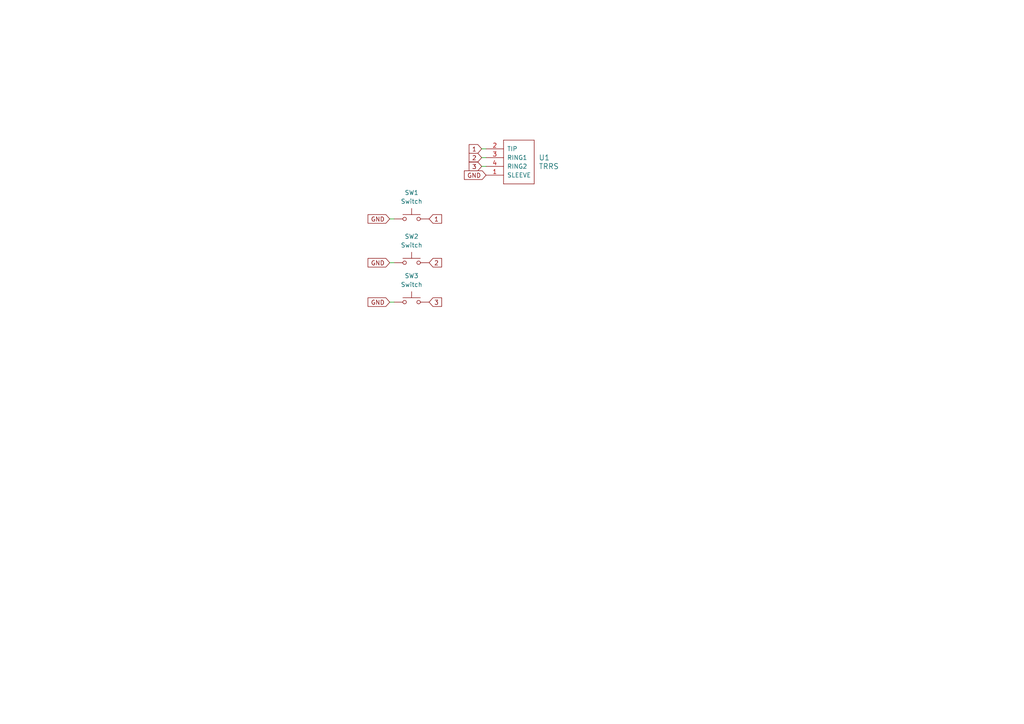
<source format=kicad_sch>
(kicad_sch (version 20231120) (generator "eeschema") (generator_version "8.0")
  (paper "A4")
  (lib_symbols
    (symbol "ScottoKeebs:Placeholder_Switch" (pin_numbers hide) (pin_names (offset 1.016) hide)
      (property "Reference" "SW" (at 1.27 2.54 0))
      (property "Value" "Switch" (at 0 -1.524 0))
      (symbol "Placeholder_Switch_0_1"
        (circle (center -2.032 0) (radius 0.508))
        (polyline (pts (xy 0 1.27) (xy 0 3.048)))
        (polyline (pts (xy 2.54 1.27) (xy -2.54 1.27)))
        (circle (center 2.032 0) (radius 0.508))
        (pin passive line (at -5.08 0 0) (length 2.54) (name "1") (number "1"))
        (pin passive line (at 5.08 0 180) (length 2.54) (name "2") (number "2"))
      )
    )
    (symbol "ScottoKeebs:Placeholder_TRRS" (pin_names (offset 1.016))
      (property "Reference" "U" (at 0 15.24 0))
      (property "Value" "TRRS" (at 0 -2.54 0))
      (symbol "Placeholder_TRRS_0_1"
        (rectangle (start -3.81 0) (end -3.81 12.7))
        (rectangle (start -3.81 0) (end 5.08 0))
        (rectangle (start -3.81 12.7) (end 5.08 12.7))
        (rectangle (start 5.08 12.7) (end 5.08 0))
      )
      (symbol "Placeholder_TRRS_1_1"
        (pin input line (at -8.89 2.54 0) (length 5.08) (name "SLEEVE") (number "1"))
        (pin input line (at -8.89 10.16 0) (length 5.08) (name "TIP") (number "2"))
        (pin input line (at -8.89 7.62 0) (length 5.08) (name "RING1") (number "3"))
        (pin input line (at -8.89 5.08 0) (length 5.08) (name "RING2") (number "4"))
      )
    )
  )
  (wire (pts (xy 139.7 43.18) (xy 140.97 43.18)))
  (wire (pts (xy 113.03 76.2) (xy 114.3 76.2)))
  (wire (pts (xy 139.7 48.26) (xy 140.97 48.26)))
  (wire (pts (xy 113.03 63.5) (xy 114.3 63.5)))
  (wire (pts (xy 139.7 45.72) (xy 140.97 45.72)))
  (wire (pts (xy 113.03 87.63) (xy 114.3 87.63)))
  (global_label "1" (shape input) (at 139.7 43.18 180) (property "Intersheetrefs" "${INTERSHEET_REFS}" (effects (hide yes))))
  (global_label "2" (shape input) (at 139.7 45.72 180) (property "Intersheetrefs" "${INTERSHEET_REFS}" (effects (hide yes))))
  (global_label "GND" (shape input) (at 113.03 87.63 180) (property "Intersheetrefs" "${INTERSHEET_REFS}" (effects (hide yes))))
  (global_label "3" (shape input) (at 124.46 87.63 0) (property "Intersheetrefs" "${INTERSHEET_REFS}" (effects (hide yes))))
  (global_label "2" (shape input) (at 124.46 76.2 0) (property "Intersheetrefs" "${INTERSHEET_REFS}" (effects (hide yes))))
  (global_label "GND" (shape input) (at 113.03 63.5 180) (property "Intersheetrefs" "${INTERSHEET_REFS}" (effects (hide yes))))
  (global_label "1" (shape input) (at 124.46 63.5 0) (property "Intersheetrefs" "${INTERSHEET_REFS}" (effects (hide yes))))
  (global_label "GND" (shape input) (at 113.03 76.2 180) (property "Intersheetrefs" "${INTERSHEET_REFS}" (effects (hide yes))))
  (global_label "3" (shape input) (at 139.7 48.26 180) (property "Intersheetrefs" "${INTERSHEET_REFS}" (effects (hide yes))))
  (global_label "GND" (shape input) (at 140.97 50.8 180) (property "Intersheetrefs" "${INTERSHEET_REFS}" (effects (hide yes))))
  (symbol (lib_id "ScottoKeebs:Placeholder_TRRS") (at 149.86 53.34 0) (unit 1)
    (property "Reference" "U1" (at 156.21 45.7199 0) (effects (font (size 1.524 1.524)) (justify left)))
    (property "Value" "TRRS" (at 156.21 48.2599 0) (effects (font (size 1.524 1.524)) (justify left)))
    (property "Footprint" "ScottoKeebs_Components:TRRS_PJ-320A" (effects (hide yes)))
  )
  (symbol (lib_id "ScottoKeebs:Placeholder_Switch") (at 119.38 87.63 0) (unit 1)
    (property "Reference" "SW3" (at 119.38 80.01 0))
    (property "Value" "Switch" (at 119.38 82.55 0))
    (property "Footprint" "kbd:CherryMX_MidHeight_Hotswap" (effects (hide yes)))
    (property "Description" "Push button switch, generic, two pins" (effects (hide yes)))
  )
  (symbol (lib_id "ScottoKeebs:Placeholder_Switch") (at 119.38 63.5 0) (unit 1)
    (property "Reference" "SW1" (at 119.38 55.88 0))
    (property "Value" "Switch" (at 119.38 58.42 0))
    (property "Footprint" "kbd:CherryMX_MidHeight_Hotswap" (effects (hide yes)))
    (property "Description" "Push button switch, generic, two pins" (effects (hide yes)))
  )
  (symbol (lib_id "ScottoKeebs:Placeholder_Switch") (at 119.38 76.2 0) (unit 1)
    (property "Reference" "SW2" (at 119.38 68.58 0))
    (property "Value" "Switch" (at 119.38 71.12 0))
    (property "Footprint" "kbd:CherryMX_MidHeight_Hotswap" (effects (hide yes)))
    (property "Description" "Push button switch, generic, two pins" (effects (hide yes)))
  )
)
</source>
